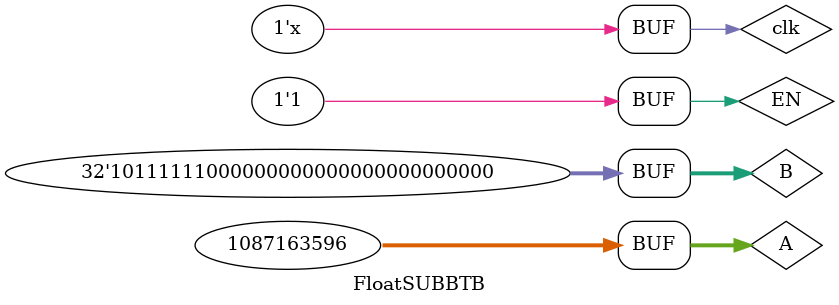
<source format=v>
module FloatSUBBTB ();

reg [31:0] A,B;
wire [31:0] result;

  reg                      clk  ;
  reg                       EN ;


FloatingSUBB F_subb (.clk(clk),.EN(EN),.A(A),.B(B),.result(result));


initial  
begin
 $display("\t\t  Time a b result ");
 $monitor("%d %b %b %b ", $time , A, B, result);
 
  //initial values
clk = 1'b0;
EN = 1'b1 ;
 
A = 32'b11000000000000000000000000000000;  // -2 
B = 32'b00111111100000000000000000000000;  // 1
#20
A = 32'b1_10000001_00001100110011001100110;  // -4.2 
B = 32'b0_10000000_10011001100110011001100;  // 3.2
#20
A = 32'b1_01111110_01010001111010111000010;  // -0.66
B = 32'b0_01111110_00000101000111101011100;  // 0.51
#20
A = 32'b1_10000001_10011001100110011001100;  // -6.4 
B = 32'b1_01111110_00000000000000000000000;  // -0.5
#20
A = 32'b0_10000001_10011001100110011001100;  // 6.4
B = 32'b1_01111110_00000000000000000000000;  // -0.5

end
always #20 clk = ~clk;
endmodule


</source>
